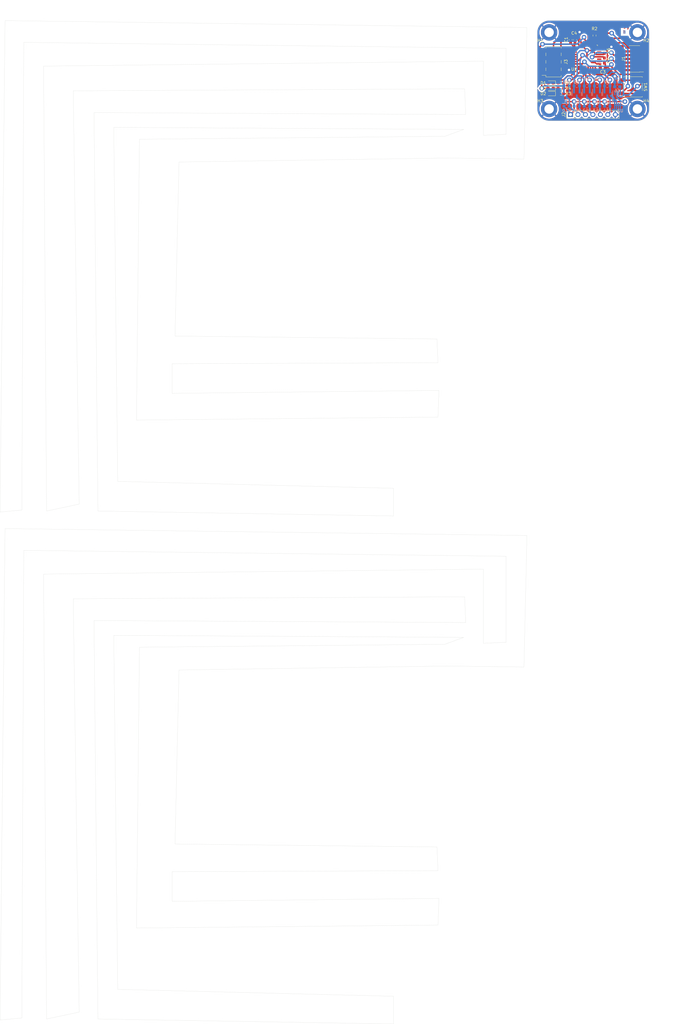
<source format=kicad_pcb>
(kicad_pcb (version 20221018) (generator pcbnew)
  (layers (0 "F.Cu" signal) (31 "B.Cu" signal) (34 "B.Paste" user) (35 "F.Paste" user) (36 "B.SilkS" user "B.Silkscreen") (37 "F.SilkS" user "F.Silkscreen") (38 "B.Mask" user) (39 "F.Mask" user) (44 "Edge.Cuts" user))
  (net 0 "")
  (net 1 "+5V-v2-")
  (net 2 "GND-v2-")
  (net 3 "+3.3V-v2-")
  (net 4 "Net-(D1-K)-v2-")
  (net 6 "Net-(D3-K)-v2-")
  (net 7 "Status_LED-v2-")
  (net 8 "Data_Clock_SNES-v2-")
  (net 9 "Data_Latch_SNES-v2-")
  (net 10 "Net-(D2-K)-v2-")
  (net 11 "Serial_Data1_SNES-v2-")
  (net 12 "Serial_Data2_SNES-v2-")
  (net 13 "SPI_Chip_Select-v2-")
  (net 14 "Chip_Enable-v2-")
  (net 15 "SPI_Digital_Input-v2-")
  (net 16 "SPI_Clock-v2-")
  (net 17 "SPI_Digital_Output-v2-")
  (net 18 "IOBit_SNES-v2-")
  (net 19 "Data_Clock_STM32-v2-")
  (net 20 "Data_Latch_STM32-v2-")
  (net 21 "Appairing_Btn-v2-")
  (net 22 "Net-(U2-BP)-v2-")
  (net 23 "SWDIO-v2-")
  (net 24 "SWDCK-v2-")
  (net 27 "NRST-v2-")
  (net 28 "USART2_RX-v2-")
  (net 29 "USART2_TX-v2-")
  (net 30 "Serial_Data1_STM32-v2-")
  (net 31 "IOBit_STM32-v2-")
  (net 32 "Serial_Data2_STM32-v2-")
  (footprint "MountingHole:MountingHole_3.2mm_M3_DIN965_Pad" (layer "F.Cu") (at 187.75 5.25)
    (fp_text reference "H1")
    (fp_text value "MountingHole_Pad")
  )
  (footprint "Capacitor_SMD:C_0603_1608Metric_Pad1.08x0.95mm_HandSolder" (layer "F.Cu") (at 196.55 7.75 90)
    (fp_text reference "C4")
    (fp_text value "100n")
  )
  (footprint "MountingHole:MountingHole_3.2mm_M3_DIN965_Pad" (layer "F.Cu") (at 217.75 5.25)
    (fp_text reference "H2")
    (fp_text value "MountingHole_Pad")
  )
  (footprint "Connector_PinHeader_2.54mm:PinHeader_1x07_P2.54mm_Vertical" (layer "F.Cu") (at 195 33.15 90)
    (fp_text reference "J2")
    (fp_text value "Conn_01x07_Socket")
  )
  (footprint "Connector_PinHeader_1.27mm:PinHeader_2x07_P1.27mm_Vertical_SMD" (layer "F.Cu") (at 216.75 14.25 180)
    (fp_text reference "J1")
    (fp_text value "Conn_02x07_Odd_Even")
  )
  (footprint "Capacitor_SMD:C_0603_1608Metric_Pad1.08x0.95mm_HandSolder" (layer "F.Cu") (at 206.0025 17.19)
    (fp_text reference "C3")
    (fp_text value "100n")
  )
  (footprint "Resistor_SMD:R_0603_1608Metric_Pad0.98x0.95mm_HandSolder" (layer "F.Cu") (at 191.76875 24.25)
    (fp_text reference "R4")
    (fp_text value "1k")
  )
  (footprint "Diode_SMD:D_0603_1608Metric_Pad1.05x0.95mm_HandSolder" (layer "F.Cu") (at 188.26875 26.05 180)
    (fp_text reference "D2")
    (fp_text value "LED_Small")
  )
  (footprint "Capacitor_SMD:C_0603_1608Metric_Pad1.08x0.95mm_HandSolder" (layer "F.Cu") (at 195.05 7.75 90)
    (fp_text reference "C1")
    (fp_text value "10u")
  )
  (footprint "Resistor_SMD:R_0603_1608Metric_Pad0.98x0.95mm_HandSolder" (layer "F.Cu") (at 191.76875 22.45)
    (fp_text reference "R1")
    (fp_text value "1k")
  )
  (footprint "Resistor_SMD:R_0603_1608Metric_Pad0.98x0.95mm_HandSolder" (layer "F.Cu") (at 203.17 6.32 90)
    (fp_text reference "R2")
    (fp_text value "10k")
  )
  (footprint "Diode_SMD:D_0603_1608Metric_Pad1.05x0.95mm_HandSolder" (layer "F.Cu") (at 188.26875 22.45 180)
    (fp_text reference "D1")
    (fp_text value "LED_Small")
  )
  (footprint "MountingHole:MountingHole_3.2mm_M3_DIN965_Pad" (layer "F.Cu") (at 217.75 31.25)
    (fp_text reference "H4")
    (fp_text value "MountingHole_Pad")
  )
  (footprint "Resistor_SMD:R_0603_1608Metric_Pad0.98x0.95mm_HandSolder" (layer "F.Cu") (at 191.76875 26.05)
    (fp_text reference "R3")
    (fp_text value "1k")
  )
  (footprint "MountingHole:MountingHole_3.2mm_M3_DIN965_Pad" (layer "F.Cu") (at 187.75 31.25)
    (fp_text reference "H3")
    (fp_text value "MountingHole_Pad")
  )
  (footprint "Diode_SMD:D_0603_1608Metric_Pad1.05x0.95mm_HandSolder" (layer "F.Cu") (at 188.26875 24.25 180)
    (fp_text reference "D3")
    (fp_text value "LED")
  )
  (footprint "Capacitor_SMD:C_0603_1608Metric_Pad1.08x0.95mm_HandSolder" (layer "F.Cu") (at 206.51 14.8025 90)
    (fp_text reference "C2")
    (fp_text value "100n")
  )
  (footprint "Capacitor_SMD:C_0603_1608Metric_Pad1.08x0.95mm_HandSolder" (layer "F.Cu") (at 206.51 11.5 90)
    (fp_text reference "C5")
    (fp_text value "100n")
  )
  (footprint "Button_Switch_SMD:SW_SPST_B3S-1000" (layer "F.Cu") (at 216.25 23.75 180)
    (fp_text reference "SW1")
    (fp_text value "SW_SPST")
  )
  (footprint "Package_QFP:LQFP-32_7x7mm_P0.8mm" (layer "F.Cu") (at 200.6 13.15 180)
    (fp_text reference "U1")
    (fp_text value "STM32L412KBTx")
  )
  (footprint "Connector_PinSocket_2.54mm:PinSocket_2x04_P2.54mm_Vertical_SMD" (layer "F.Cu") (at 189.25 15.25 180)
    (fp_text reference "J3")
    (fp_text value "Conn_01x08_Socket")
  )
  (footprint "Resistor_SMD:R_0603_1608Metric_Pad0.98x0.95mm_HandSolder" (layer "B.Cu") (at 207.5 30.35)
    (fp_text reference "R14")
    (fp_text value "10k")
  )
  (footprint "Resistor_SMD:R_0603_1608Metric_Pad0.98x0.95mm_HandSolder" (layer "B.Cu") (at 193.7 23.45)
    (fp_text reference "R5")
    (fp_text value "10k")
  )
  (footprint "Resistor_SMD:R_0603_1608Metric_Pad0.98x0.95mm_HandSolder" (layer "B.Cu") (at 197.15 30.35)
    (fp_text reference "R11")
    (fp_text value "10k")
  )
  (footprint "Package_SO:MSOP-8_3x3mm_P0.65mm" (layer "B.Cu") (at 211.0125 27.9 -90)
    (fp_text reference "U2")
    (fp_text value "MIC5219-3.3YMM")
  )
  (footprint "Package_TO_SOT_SMD:SOT-23" (layer "B.Cu") (at 204.05 26.15 -90)
    (fp_text reference "Q4")
    (fp_text value "2N7002")
  )
  (footprint "Resistor_SMD:R_0603_1608Metric_Pad0.98x0.95mm_HandSolder" (layer "B.Cu") (at 200.6 23.45)
    (fp_text reference "R7")
    (fp_text value "10k")
  )
  (footprint "Resistor_SMD:R_0603_1608Metric_Pad0.98x0.95mm_HandSolder" (layer "B.Cu") (at 200.6 30.35)
    (fp_text reference "R12")
    (fp_text value "10k")
  )
  (footprint "Capacitor_SMD:C_0603_1608Metric_Pad1.08x0.95mm_HandSolder" (layer "B.Cu") (at 210.9 22.2 180)
    (fp_text reference "C7")
    (fp_text value "2.2u")
  )
  (footprint "Package_TO_SOT_SMD:SOT-23" (layer "B.Cu") (at 200.6 26.15 -90)
    (fp_text reference "Q3")
    (fp_text value "2N7002")
  )
  (footprint "Resistor_SMD:R_0603_1608Metric_Pad0.98x0.95mm_HandSolder" (layer "B.Cu") (at 193.7 30.35)
    (fp_text reference "R10")
    (fp_text value "10k")
  )
  (footprint "Resistor_SMD:R_0603_1608Metric_Pad0.98x0.95mm_HandSolder" (layer "B.Cu") (at 204.05 23.45)
    (fp_text reference "R8")
    (fp_text value "10k")
  )
  (footprint "Resistor_SMD:R_0603_1608Metric_Pad0.98x0.95mm_HandSolder" (layer "B.Cu") (at 197.15 23.45)
    (fp_text reference "R6")
    (fp_text value "10k")
  )
  (footprint "Package_TO_SOT_SMD:SOT-23" (layer "B.Cu") (at 207.5 26.15 -90)
    (fp_text reference "Q5")
    (fp_text value "2N7002")
  )
  (footprint "Package_TO_SOT_SMD:SOT-23" (layer "B.Cu") (at 197.15 26.15 -90)
    (fp_text reference "Q2")
    (fp_text value "2N7002")
  )
  (footprint "Resistor_SMD:R_0603_1608Metric_Pad0.98x0.95mm_HandSolder" (layer "B.Cu") (at 204.05 30.35)
    (fp_text reference "R13")
    (fp_text value "10k")
  )
  (footprint "Package_TO_SOT_SMD:SOT-23" (layer "B.Cu") (at 193.7 26.15 -90)
    (fp_text reference "Q1")
    (fp_text value "2N7002")
  )
  (footprint "Capacitor_SMD:C_0603_1608Metric_Pad1.08x0.95mm_HandSolder" (layer "B.Cu") (at 210.9 23.7 180)
    (fp_text reference "C6")
    (fp_text value "470p")
  )
  (footprint "Resistor_SMD:R_0603_1608Metric_Pad0.98x0.95mm_HandSolder" (layer "B.Cu") (at 207.5 23.45)
    (fp_text reference "R9")
    (fp_text value "10k")
  )
  (gr_line (start 17.039937 340.28989) (end 28.119937 337.93989) (stroke (width 0.05)) (layer "Edge.Cuts"))
  (gr_line (start 159.059937 196.91989) (end 159.399937 205.64989) (stroke (width 0.05)) (layer "Edge.Cuts"))
  (gr_arc (start 221.75 31.25) (mid 220.578427 34.078427) (end 217.75 35.25) (stroke (width 0.1)) (layer "Edge.Cuts"))
  (gr_line (start 173.159937 212.35989) (end 165.439937 212.69989) (stroke (width 0.05)) (layer "Edge.Cuts"))
  (gr_line (start 9.309937 8.63989) (end 173.159937 10.64989) (stroke (width 0.05)) (layer "Edge.Cuts"))
  (gr_line (start 9.309937 181.13989) (end 173.159937 183.14989) (stroke (width 0.05)) (layer "Edge.Cuts"))
  (gr_line (start 41.209937 330.21989) (end 39.869937 210.00989) (stroke (width 0.05)) (layer "Edge.Cuts"))
  (gr_line (start 26.099937 197.58989) (end 159.059937 196.91989) (stroke (width 0.05)) (layer "Edge.Cuts"))
  (gr_line (start 59.679937 290.25989) (end 149.999937 289.92989) (stroke (width 0.05)) (layer "Edge.Cuts"))
  (gr_line (start 149.659937 109.36989) (end 60.679937 108.35989) (stroke (width 0.05)) (layer "Edge.Cuts"))
  (gr_line (start 60.679937 108.35989) (end 62.029937 49.26989) (stroke (width 0.05)) (layer "Edge.Cuts"))
  (gr_line (start 149.999937 308.38989) (end 150.329937 299.32989) (stroke (width 0.05)) (layer "Edge.Cuts"))
  (gr_line (start 180.219937 3.59989) (end 2.929937 1.24989) (stroke (width 0.05)) (layer "Edge.Cuts"))
  (gr_line (start 159.399937 33.14989) (end 33.149937 32.47989) (stroke (width 0.05)) (layer "Edge.Cuts"))
  (gr_line (start 149.999937 135.88989) (end 150.329937 126.82989) (stroke (width 0.05)) (layer "Edge.Cuts"))
  (gr_line (start 48.599937 41.53989) (end 47.589937 136.89989) (stroke (width 0.05)) (layer "Edge.Cuts"))
  (gr_line (start 134.889937 332.56989) (end 41.209937 330.21989) (stroke (width 0.05)) (layer "Edge.Cuts"))
  (gr_line (start 134.889937 169.46989) (end 134.889937 160.06989) (stroke (width 0.05)) (layer "Edge.Cuts"))
  (gr_line (start 165.439937 187.51989) (end 16.029937 189.19989) (stroke (width 0.05)) (layer "Edge.Cuts"))
  (gr_arc (start 217.75 1.25) (mid 220.578427 2.421573) (end 221.75 5.25) (stroke (width 0.1)) (layer "Edge.Cuts"))
  (gr_line (start 180.219937 176.09989) (end 2.929937 173.74989) (stroke (width 0.05)) (layer "Edge.Cuts"))
  (gr_line (start 134.889937 160.06989) (end 41.209937 157.71989) (stroke (width 0.05)) (layer "Edge.Cuts"))
  (gr_line (start 62.029937 221.76989) (end 153.019937 220.41989) (stroke (width 0.05)) (layer "Edge.Cuts"))
  (gr_line (start 165.439937 40.19989) (end 165.439937 15.01989) (stroke (width 0.05)) (layer "Edge.Cuts"))
  (gr_arc (start 183.75 5.25) (mid 184.921573 2.421573) (end 187.75 1.25) (stroke (width 0.1)) (layer "Edge.Cuts"))
  (gr_line (start 217.75 35.25) (end 187.75 35.25) (stroke (width 0.1)) (layer "Edge.Cuts"))
  (gr_line (start 16.029937 16.69989) (end 17.039937 167.78989) (stroke (width 0.05)) (layer "Edge.Cuts"))
  (gr_line (start 179.209937 48.25989) (end 180.219937 3.59989) (stroke (width 0.05)) (layer "Edge.Cuts"))
  (gr_line (start 34.489937 340.28989) (end 134.889937 341.96989) (stroke (width 0.05)) (layer "Edge.Cuts"))
  (gr_line (start 2.929937 1.24989) (end 1.249937 168.12989) (stroke (width 0.05)) (layer "Edge.Cuts"))
  (gr_arc (start 187.75 35.25) (mid 184.921573 34.078427) (end 183.75 31.25) (stroke (width 0.1)) (layer "Edge.Cuts"))
  (gr_line (start 39.869937 210.00989) (end 158.729937 210.68989) (stroke (width 0.05)) (layer "Edge.Cuts"))
  (gr_line (start 221.75 5.25) (end 221.75 31.25) (stroke (width 0.1)) (layer "Edge.Cuts"))
  (gr_line (start 183.75 31.25) (end 183.75 5.25) (stroke (width 0.1)) (layer "Edge.Cuts"))
  (gr_line (start 28.119937 165.43989) (end 26.099937 25.08989) (stroke (width 0.05)) (layer "Edge.Cuts"))
  (gr_line (start 59.679937 300.32989) (end 59.679937 290.25989) (stroke (width 0.05)) (layer "Edge.Cuts"))
  (gr_line (start 41.209937 157.71989) (end 39.869937 37.50989) (stroke (width 0.05)) (layer "Edge.Cuts"))
  (gr_line (start 8.639937 339.94989) (end 9.309937 181.13989) (stroke (width 0.05)) (layer "Edge.Cuts"))
  (gr_line (start 149.999937 117.42989) (end 149.659937 109.36989) (stroke (width 0.05)) (layer "Edge.Cuts"))
  (gr_line (start 8.639937 167.44989) (end 9.309937 8.63989) (stroke (width 0.05)) (layer "Edge.Cuts"))
  (gr_line (start 134.889937 341.96989) (end 134.889937 332.56989) (stroke (width 0.05)) (layer "Edge.Cuts"))
  (gr_line (start 187.75 1.25) (end 217.75 1.25) (stroke (width 0.1)) (layer "Edge.Cuts"))
  (gr_line (start 165.439937 212.69989) (end 165.439937 187.51989) (stroke (width 0.05)) (layer "Edge.Cuts"))
  (gr_line (start 59.679937 127.82989) (end 59.679937 117.75989) (stroke (width 0.05)) (layer "Edge.Cuts"))
  (gr_line (start 165.439937 15.01989) (end 16.029937 16.69989) (stroke (width 0.05)) (layer "Edge.Cuts"))
  (gr_line (start 1.249937 168.12989) (end 8.639937 167.44989) (stroke (width 0.05)) (layer "Edge.Cuts"))
  (gr_line (start 28.119937 337.93989) (end 26.099937 197.58989) (stroke (width 0.05)) (layer "Edge.Cuts"))
  (gr_line (start 153.019937 47.91989) (end 179.209937 48.25989) (stroke (width 0.05)) (layer "Edge.Cuts"))
  (gr_line (start 2.929937 173.74989) (end 1.249937 340.62989) (stroke (width 0.05)) (layer "Edge.Cuts"))
  (gr_line (start 159.059937 24.41989) (end 159.399937 33.14989) (stroke (width 0.05)) (layer "Edge.Cuts"))
  (gr_line (start 158.729937 210.68989) (end 152.349937 213.03989) (stroke (width 0.05)) (layer "Edge.Cuts"))
  (gr_line (start 179.209937 220.75989) (end 180.219937 176.09989) (stroke (width 0.05)) (layer "Edge.Cuts"))
  (gr_line (start 173.159937 183.14989) (end 173.159937 212.35989) (stroke (width 0.05)) (layer "Edge.Cuts"))
  (gr_line (start 16.029937 189.19989) (end 17.039937 340.28989) (stroke (width 0.05)) (layer "Edge.Cuts"))
  (gr_line (start 150.329937 299.32989) (end 59.679937 300.32989) (stroke (width 0.05)) (layer "Edge.Cuts"))
  (gr_line (start 149.659937 281.86989) (end 60.679937 280.85989) (stroke (width 0.05)) (layer "Edge.Cuts"))
  (gr_line (start 59.679937 117.75989) (end 149.999937 117.42989) (stroke (width 0.05)) (layer "Edge.Cuts"))
  (gr_line (start 149.999937 289.92989) (end 149.659937 281.86989) (stroke (width 0.05)) (layer "Edge.Cuts"))
  (gr_line (start 17.039937 167.78989) (end 28.119937 165.43989) (stroke (width 0.05)) (layer "Edge.Cuts"))
  (gr_line (start 48.599937 214.03989) (end 47.589937 309.39989) (stroke (width 0.05)) (layer "Edge.Cuts"))
  (gr_line (start 152.349937 213.03989) (end 48.599937 214.03989) (stroke (width 0.05)) (layer "Edge.Cuts"))
  (gr_line (start 173.159937 10.64989) (end 173.159937 39.85989) (stroke (width 0.05)) (layer "Edge.Cuts"))
  (gr_line (start 39.869937 37.50989) (end 158.729937 38.18989) (stroke (width 0.05)) (layer "Edge.Cuts"))
  (gr_line (start 34.489937 167.78989) (end 134.889937 169.46989) (stroke (width 0.05)) (layer "Edge.Cuts"))
  (gr_line (start 158.729937 38.18989) (end 152.349937 40.53989) (stroke (width 0.05)) (layer "Edge.Cuts"))
  (gr_line (start 47.589937 309.39989) (end 149.999937 308.38989) (stroke (width 0.05)) (layer "Edge.Cuts"))
  (gr_line (start 33.149937 204.97989) (end 34.489937 340.28989) (stroke (width 0.05)) (layer "Edge.Cuts"))
  (gr_line (start 62.029937 49.26989) (end 153.019937 47.91989) (stroke (width 0.05)) (layer "Edge.Cuts"))
  (gr_line (start 150.329937 126.82989) (end 59.679937 127.82989) (stroke (width 0.05)) (layer "Edge.Cuts"))
  (gr_line (start 153.019937 220.41989) (end 179.209937 220.75989) (stroke (width 0.05)) (layer "Edge.Cuts"))
  (gr_line (start 47.589937 136.89989) (end 149.999937 135.88989) (stroke (width 0.05)) (layer "Edge.Cuts"))
  (gr_line (start 26.099937 25.08989) (end 159.059937 24.41989) (stroke (width 0.05)) (layer "Edge.Cuts"))
  (gr_line (start 159.399937 205.64989) (end 33.149937 204.97989) (stroke (width 0.05)) (layer "Edge.Cuts"))
  (gr_line (start 173.159937 39.85989) (end 165.439937 40.19989) (stroke (width 0.05)) (layer "Edge.Cuts"))
  (gr_line (start 33.149937 32.47989) (end 34.489937 167.78989) (stroke (width 0.05)) (layer "Edge.Cuts"))
  (gr_line (start 1.249937 340.62989) (end 8.639937 339.94989) (stroke (width 0.05)) (layer "Edge.Cuts"))
  (gr_line (start 60.679937 280.85989) (end 62.029937 221.76989) (stroke (width 0.05)) (layer "Edge.Cuts"))
  (gr_line (start 152.349937 40.53989) (end 48.599937 41.53989) (stroke (width 0.05)) (layer "Edge.Cuts"))
  (gr_text "T" (at 212.75 5.75) (layer "F.Cu") (effects (font (size 1 1)) (justify left bottom)))
  (gr_text "SNES Plug" (at 205.75 3.75) (layer "F.Cu") (effects (font (size 1 1)) (justify left bottom)))
  (gr_text "B" (at 212.75 5.75) (layer "B.Cu") (effects (font (size 1 1)) (justify left bottom)))
  (segment (start 203.1375 28.75) (end 206.5875 28.75) (width 0.5) (layer "F.Cu") (net 1))
  (segment (start 203.1375 28.75) (end 199.6875 28.75) (width 0.5) (layer "F.Cu") (net 1))
  (segment (start 196.2375 28.75) (end 199.6875 28.75) (width 0.3) (layer "F.Cu") (net 1))
  (segment (start 190.25 27.5) (end 191.5 28.75) (width 0.5) (layer "F.Cu") (net 1))
  (segment (start 206.5875 28.75) (end 213.5 28.75) (width 0.5) (layer "F.Cu") (net 1))
  (segment (start 191.5 28.75) (end 196.2375 28.75) (width 0.5) (layer "F.Cu") (net 1))
  (segment (start 187.39375 26.084561) (end 188.809189 27.5) (width 0.5) (layer "F.Cu") (net 1))
  (segment (start 188.809189 27.5) (end 190.25 27.5) (width 0.5) (layer "F.Cu") (net 1))
  (segment (start 187.39375 26.05) (end 187.39375 26.084561) (width 0.5) (layer "F.Cu") (net 1))
  (segment (start 196.2375 28.75) (end 196.2375 31.9125) (width 0.5) (layer "F.Cu") (net 1))
  (segment (start 196.2375 31.9125) (end 195 33.15) (width 0.5) (layer "F.Cu") (net 1))
  (via (at 196.2375 28.75) (size 1.6) (drill 0.8) (layers "F.Cu" "B.Cu") (net 1))
  (via (at 199.6875 28.75) (size 1.6) (drill 0.8) (layers "F.Cu" "B.Cu") (net 1))
  (via (at 213.5 28.75) (size 1.6) (drill 0.8) (layers "F.Cu" "B.Cu") (net 1))
  (via (at 206.5875 28.75) (size 1.6) (drill 0.8) (layers "F.Cu" "B.Cu") (net 1))
  (via (at 203.1375 28.75) (size 1.6) (drill 0.8) (layers "F.Cu" "B.Cu") (net 1))
  (segment (start 199.6875 28.75) (end 199.6875 30.35) (width 0.5) (layer "B.Cu") (net 1))
  (segment (start 213.4 28.65) (end 212.106739 28.65) (width 0.5) (layer "B.Cu") (net 1))
  (segment (start 195 33.15) (end 195 32.5625) (width 0.5) (layer "B.Cu") (net 1))
  (segment (start 210.6875 25.7875) (end 210.6875 27.230761) (width 0.3) (layer "B.Cu") (net 1))
  (segment (start 206.5875 28.75) (end 206.5875 30.35) (width 0.5) (layer "B.Cu") (net 1))
  (segment (start 213.5 28.75) (end 213.4 28.65) (width 0.5) (layer "B.Cu") (net 1))
  (segment (start 196.2375 30.35) (end 196.2375 28.75) (width 0.5) (layer "B.Cu") (net 1))
  (segment (start 195 32.5625) (end 192.7875 30.35) (width 0.5) (layer "B.Cu") (net 1))
  (segment (start 203.1375 28.75) (end 203.1375 30.35) (width 0.5) (layer "B.Cu") (net 1))
  (segment (start 212.106739 28.65) (end 210.6875 27.230761) (width 0.5) (layer "B.Cu") (net 1))
  (segment (start 198.1 5.15) (end 197.8 5.45) (width 0.5) (layer "F.Cu") (net 2))
  (segment (start 207.535 11.6625) (end 206.51 10.6375) (width 0.5) (layer "F.Cu") (net 2))
  (segment (start 206.51 15.591193) (end 207.535 14.566193) (width 0.5) (layer "F.Cu") (net 2))
  (segment (start 204.29 18.215) (end 205.84 18.215) (width 0.5) (layer "F.Cu") (net 2))
  (segment (start 205.84 18.215) (end 206.865 17.19) (width 0.5) (layer "F.Cu") (net 2))
  (segment (start 203.4 17.325) (end 204.29 18.215) (width 0.5) (layer "F.Cu") (net 2))
  (segment (start 206.865 16.02) (end 206.51 15.665) (width 0.5) (layer "F.Cu") (net 2))
  (segment (start 196.55 6.7) (end 198.1 5.15) (width 0.5) (layer "F.Cu") (net 2))
  (segment (start 193.44 19.06) (end 191.77 19.06) (width 0.5) (layer "F.Cu") (net 2))
  (segment (start 197.8 5.45) (end 197.8 8.975) (width 0.5) (layer "F.Cu") (net 2))
  (segment (start 195.05 6.8875) (end 196.55 6.8875) (width 0.5) (layer "F.Cu") (net 2))
  (segment (start 207.535 14.566193) (end 207.535 11.6625) (width 0.5) (layer "F.Cu") (net 2))
  (segment (start 208.411689 10.6375) (end 206.51 10.6375) (width 0.5) (layer "F.Cu") (net 2))
  (segment (start 194.5 18) (end 193.44 19.06) (width 0.5) (layer "F.Cu") (net 2))
  (segment (start 206.51 15.665) (end 206.51 15.591193) (width 0.5) (layer "F.Cu") (net 2))
  (segment (start 196.55 6.8875) (end 196.55 6.7) (width 0.5) (layer "F.Cu") (net 2))
  (segment (start 206.865 17.19) (end 206.865 16.02) (width 0.5) (layer "F.Cu") (net 2))
  (segment (start 208.899189 10.15) (end 208.411689 10.6375) (width 0.5) (layer "F.Cu") (net 2))
  (via (at 198.1 5.15) (size 1.6) (drill 0.8) (layers "F.Cu" "B.Cu") (net 2))
  (via (at 210.0375 20.15) (size 1.6) (drill 0.8) (layers "F.Cu" "B.Cu") (net 2))
  (via (at 194.5 18) (size 1.6) (drill 0.8) (layers "F.Cu" "B.Cu") (net 2))
  (via (at 208.899189 10.15) (size 1.6) (drill 0.8) (layers "F.Cu" "B.Cu") (net 2))
  (segment (start 206.15 10.15) (end 201.15 5.15) (width 0.5) (layer "B.Cu") (net 2))
  (segment (start 210.0375 22.2) (end 210.0375 20.15) (width 0.5) (layer "B.Cu") (net 2))
  (segment (start 208.899189 10.15) (end 206.15 10.15) (width 0.5) (layer "B.Cu") (net 2))
  (segment (start 201.15 5.15) (end 198.1 5.15) (width 0.5) (layer "B.Cu") (net 2))
  (segment (start 210.0375 22.2) (end 210.0375 23.7) (width 0.5) (layer "B.Cu") (net 2))
  (segment (start 210.0375 20.1875) (end 210 20.15) (width 0.5) (layer "B.Cu") (net 2))
  (segment (start 185.25 24.25) (end 185.25 20.54) (width 0.5) (layer "F.Cu") (net 3))
  (segment (start 200.6 13.809189) (end 200.6 11.4) (width 0.5) (layer "F.Cu") (net 3))
  (segment (start 202.4 11.4) (end 200.6 11.4) (width 0.5) (layer "F.Cu") (net 3))
  (segment (start 203.870406 15.95) (end 203.420406 15.5) (width 0.5) (layer "F.Cu") (net 3))
  (segment (start 185.25 20.54) (end 186.73 19.06) (width 0.5) (layer "F.Cu") (net 3))
  (segment (start 220.4 16.79) (end 220.75 17.14) (width 0.5) (layer "F.Cu") (net 3))
  (segment (start 218.225 23.5) (end 220.225 21.5) (width 0.5) (layer "F.Cu") (net 3))
  (segment (start 220.225 21.5) (end 220.75 20.975) (width 0.5) (layer "F.Cu") (net 3))
  (segment (start 205.14 17.19) (end 205.14 16.315) (width 0.5) (layer "F.Cu") (net 3))
  (segment (start 202.290811 15.5) (end 200.6 13.809189) (width 0.5) (layer "F.Cu") (net 3))
  (segment (start 218.7 16.79) (end 220.4 16.79) (width 0.5) (layer "F.Cu") (net 3))
  (segment (start 195.05 8.6125) (end 195.05 8.975) (width 0.5) (layer "F.Cu") (net 3))
  (segment (start 206.51 12.3625) (end 206.1225 12.75) (width 0.5) (layer "F.Cu") (net 3))
  (segment (start 212.275 21.5) (end 220.225 21.5) (width 0.5) (layer "F.Cu") (net 3))
  (segment (start 187.39375 24.25) (end 185.25 24.25) (width 0.5) (layer "F.Cu") (net 3))
  (segment (start 200.6 11.4) (end 199.55 10.35) (width 0.5) (layer "F.Cu") (net 3))
  (segment (start 206.1225 12.75) (end 204.775 12.75) (width 0.5) (layer "F.Cu") (net 3))
  (segment (start 195.05 8.975) (end 196.425 10.35) (width 0.5) (layer "F.Cu") (net 3))
  (segment (start 196.425 10.35) (end 196.425 8.7375) (width 0.5) (layer "F.Cu") (net 3))
  (segment (start 203.75 12.75) (end 202.4 11.4) (width 0.5) (layer "F.Cu") (net 3))
  (segment (start 199.55 10.35) (end 196.425 10.35) (width 0.5) (layer "F.Cu") (net 3))
  (segment (start 220.75 20.975) (end 220.75 17.14) (width 0.5) (layer "F.Cu") (net 3))
  (segment (start 203.420406 15.5) (end 202.290811 15.5) (width 0.5) (layer "F.Cu") (net 3))
  (segment (start 205.14 16.315) (end 204.775 15.95) (width 0.5) (layer "F.Cu") (net 3))
  (segment (start 196.425 8.7375) (end 196.55 8.6125) (width 0.5) (layer "F.Cu") (net 3))
  (segment (start 217.75 23.5) (end 218.225 23.5) (width 0.5) (layer "F.Cu") (net 3))
  (segment (start 204.775 15.95) (end 203.870406 15.95) (width 0.5) (layer "F.Cu") (net 3))
  (segment (start 204.775 12.75) (end 203.75 12.75) (width 0.5) (layer "F.Cu") (net 3))
  (via (at 200.6 11.4) (size 1.6) (drill 0.8) (layers "F.Cu" "B.Cu") (net 3))
  (via (at 217.75 23.5) (size 1.6) (drill 0.8) (layers "F.Cu" "B.Cu") (net 3))
  (via (at 185.25 24.25) (size 1.6) (drill 0.8) (layers "F.Cu" "B.Cu") (net 3))
  (segment (start 199.65 23.4875) (end 199.6875 23.45) (width 0.5) (layer "B.Cu") (net 3))
  (segment (start 200.6 11.4) (end 198.35 11.4) (width 0.5) (layer "B.Cu") (net 3))
  (segment (start 199.6875 21.115811) (end 198.621689 20.05) (width 0.5) (layer "B.Cu") (net 3))
  (segment (start 199.6875 23.45) (end 199.6875 21.115811) (width 0.5) (layer "B.Cu") (net 3))
  (segment (start 205.521689 20.05) (end 204.203311 20.05) (width 0.5) (layer "B.Cu") (net 3))
  (segment (start 203.1 25.2125) (end 203.1 23.4875) (width 0.5) (layer "B.Cu") (net 3))
  (segment (start 200.753311 20.05) (end 202.071689 20.05) (width 0.5) (layer "B.Cu") (net 3))
  (segment (start 211.3375 25.7875) (end 211.3375 26.727817) (width 0.3) (layer "B.Cu") (net 3))
  (segment (start 208.903311 18.8) (end 206.5875 21.115811) (width 0.5) (layer "B.Cu") (net 3))
  (segment (start 186.05 23.45) (end 192.7875 23.45) (width 0.5) (layer "B.Cu") (net 3))
  (segment (start 194.053311 20.05) (end 195.171689 20.05) (width 0.5) (layer "B.Cu") (net 3))
  (segment (start 192.75 23.4875) (end 192.7875 23.45) (width 0.5) (layer "B.Cu") (net 3))
  (segment (start 214.743261 26.506739) (end 213 26.506739) (width 0.5) (layer "B.Cu") (net 3))
  (segment (start 211.3375 26.727817) (end 211.759683 27.15) (width 0.3) (layer "B.Cu") (net 3))
  (segment (start 210.596689 18.8) (end 208.903311 18.8) (width 0.5) (layer "B.Cu") (net 3))
  (segment (start 198.35 11.4) (end 197.303311 12.446689) (width 0.5) (layer "B.Cu") (net 3))
  (segment (start 211.7625 22.2) (end 211.7625 19.965811) (width 0.5) (layer "B.Cu") (net 3))
  (segment (start 192.7875 21.315811) (end 194.053311 20.05) (width 0.5) (layer "B.Cu") (net 3))
  (segment (start 213 26.506739) (end 212.356739 27.15) (width 0.5) (layer "B.Cu") (net 3))
  (segment (start 212.45 22.2) (end 211.7625 22.2) (width 0.5) (layer "B.Cu") (net 3))
  (segment (start 198.621689 20.05) (end 197.303311 20.05) (width 0.5) (layer "B.Cu") (net 3))
  (segment (start 214.743261 26.506739) (end 217.75 23.5) (width 0.5) (layer "B.Cu") (net 3))
  (segment (start 196.2 23.4875) (end 196.2375 23.45) (width 0.5) (layer "B.Cu") (net 3))
  (segment (start 185.25 24.25) (end 186.05 23.45) (width 0.5) (layer "B.Cu") (net 3))
  (segment (start 197.303311 12.446689) (end 197.303311 20.05) (width 0.5) (layer "B.Cu") (net 3))
  (segment (start 203.1 23.4875) (end 203.1375 23.45) (width 0.5) (layer "B.Cu") (net 3))
  (segment (start 196.2375 21.115811) (end 196.2375 23.45) (width 0.5) (layer "B.Cu") (net 3))
  (segment (start 206.55 25.2125) (end 206.55 23.4875) (width 0.5) (layer "B.Cu") (net 3))
  (segment (start 204.203311 20.05) (end 203.1375 21.115811) (width 0.5) (layer "B.Cu") (net 3))
  (segment (start 192.7875 23.45) (end 192.7875 21.315811) (width 0.5) (layer "B.Cu") (net 3))
  (segment (start 196.2 25.2125) (end 196.2 23.4875) (width 0.5) (layer "B.Cu") (net 3))
  (segment (start 197.303311 20.05) (end 196.2375 21.115811) (width 0.5) (layer "B.Cu") (net 3))
  (segment (start 206.5875 21.115811) (end 205.521689 20.05) (width 0.5) (layer "B.Cu") (net 3))
  (segment (start 213 22.75) (end 212.45 22.2) (width 0.5) (layer "B.Cu") (net 3))
  (segment (start 202.071689 20.05) (end 203.1375 21.115811) (width 0.5) (layer "B.Cu") (net 3))
  (segment (start 213 26.506739) (end 213 22.75) (width 0.5) (layer "B.Cu") (net 3))
  (segment (start 206.5875 23.45) (end 206.5875 21.115811) (width 0.5) (layer "B.Cu") (net 3))
  (segment (start 199.6875 21.115811) (end 200.753311 20.05) (width 0.5) (layer "B.Cu") (net 3))
  (segment (start 203.1375 21.115811) (end 203.1375 23.45) (width 0.5) (layer "B.Cu") (net 3))
  (segment (start 199.65 25.2125) (end 199.65 23.4875) (width 0.5) (layer "B.Cu") (net 3))
  (segment (start 212.356739 27.15) (end 211.759683 27.15) (width 0.5) (layer "B.Cu") (net 3))
  (segment (start 192.75 25.2125) (end 192.75 23.4875) (width 0.5) (layer "B.Cu") (net 3))
  (segment (start 211.7625 19.965811) (end 210.596689 18.8) (width 0.5) (layer "B.Cu") (net 3))
  (segment (start 195.171689 20.05) (end 196.2375 21.115811) (width 0.5) (layer "B.Cu") (net 3))
  (segment (start 206.55 23.4875) (end 206.5875 23.45) (width 0.5) (layer "B.Cu") (net 3))
  (segment (start 190.85625 22.45) (end 189.14375 22.45) (width 0.5) (layer "F.Cu") (net 4))
  (segment (start 190.85625 24.25) (end 189.14375 24.25) (width 0.5) (layer "F.Cu") (net 6))
  (segment (start 187.39375 22.45) (end 188.41875 21.425) (width 0.5) (layer "F.Cu") (net 7))
  (segment (start 188.41875 21.425) (end 192.575 21.425) (width 0.5) (layer "F.Cu") (net 7))
  (segment (start 195.125 20) (end 197.8 17.325) (width 0.5) (layer "F.Cu") (net 7))
  (segment (start 192.575 21.425) (end 194 20) (width 0.5) (layer "F.Cu") (net 7))
  (segment (start 194 20) (end 195.125 20) (width 0.5) (layer "F.Cu") (net 7))
  (segment (start 196.0125 31.75) (end 194.6125 30.35) (width 0.5) (layer "B.Cu") (net 8))
  (segment (start 196.75 31.75) (end 196.0125 31.75) (width 0.5) (layer "B.Cu") (net 8))
  (segment (start 194.6125 30.35) (end 194.6125 28) (width 0.5) (layer "B.Cu") (net 8))
  (segment (start 194.6125 28) (end 193.7 27.0875) (width 0.5) (layer "B.Cu") (net 8))
  (segment (start 197.54 32.54) (end 196.75 31.75) (width 0.5) (layer "B.Cu") (net 8))
  (segment (start 197.54 33.15) (end 197.54 32.54) (width 0.5) (layer "B.Cu") (net 8))
  (segment (start 198.0625 28) (end 197.15 27.0875) (width 0.5) (layer "B.Cu") (net 9))
  (segment (start 198.0625 30.35) (end 198.0625 31.2125) (width 0.5) (layer "B.Cu") (net 9))
  (segment (start 198.0625 30.35) (end 198.0625 28) (width 0.5) (layer "B.Cu") (net 9))
  (segment (start 198.0625 31.2125) (end 200 33.15) (width 0.5) (layer "B.Cu") (net 9))
  (segment (start 189.14375 26.05) (end 190.85625 26.05) (width 0.5) (layer "F.Cu") (net 10))
  (segment (start 201.5125 32.1625) (end 202.5 33.15) (width 0.5) (layer "B.Cu") (net 11))
  (segment (start 201.5125 28) (end 200.6 27.0875) (width 0.5) (layer "B.Cu") (net 11))
  (segment (start 201.5125 30.35) (end 201.5125 32.1625) (width 0.5) (layer "B.Cu") (net 11))
  (segment (start 201.5125 30.35) (end 201.5125 28) (width 0.5) (layer "B.Cu") (net 11))
  (segment (start 204.9625 28) (end 204.05 27.0875) (width 0.5) (layer "B.Cu") (net 12))
  (segment (start 204.9625 30.35) (end 204.9625 33.1125) (width 0.5) (layer "B.Cu") (net 12))
  (segment (start 204.9625 33.1125) (end 205 33.15) (width 0.5) (layer "B.Cu") (net 12))
  (segment (start 204.9625 30.35) (end 204.9625 28) (width 0.5) (layer "B.Cu") (net 12))
  (segment (start 194 12) (end 194 14.75) (width 0.5) (layer "F.Cu") (net 13))
  (segment (start 193.5 15.25) (end 188 15.25) (width 0.5) (layer "F.Cu") (net 13))
  (segment (start 188 15.25) (end 186.73 16.52) (width 0.5) (layer "F.Cu") (net 13))
  (segment (start 194 14.75) (end 193.5 15.25) (width 0.5) (layer "F.Cu") (net 13))
  (segment (start 196.425 11.15) (end 194.85 11.15) (width 0.5) (layer "F.Cu") (net 13))
  (segment (start 194.85 11.15) (end 194 12) (width 0.5) (layer "F.Cu") (net 13))
  (segment (start 195.125 12.345406) (end 195.520406 11.95) (width 0.5) (layer "F.Cu") (net 14))
  (segment (start 195.520406 11.95) (end 196.425 11.95) (width 0.5) (layer "F.Cu") (net 14))
  (segment (start 194.23 16.52) (end 195.125 15.625) (width 0.5) (layer "F.Cu") (net 14))
  (segment (start 195.125 15.625) (end 195.125 12.345406) (width 0.5) (layer "F.Cu") (net 14))
  (segment (start 191.77 16.52) (end 194.23 16.52) (width 0.5) (layer "F.Cu") (net 14))
  (segment (start 196.486307 3.8) (end 198.8 3.8) (width 0.5) (layer "F.Cu") (net 15))
  (segment (start 201 6) (end 201 8.975) (width 0.5) (layer "F.Cu") (net 15))
  (segment (start 191.77 11.44) (end 191.77 8.516307) (width 0.5) (layer "F.Cu") (net 15))
  (segment (start 191.77 8.516307) (end 196.486307 3.8) (width 0.5) (layer "F.Cu") (net 15))
  (segment (start 198.8 3.8) (end 201 6) (width 0.5) (layer "F.Cu") (net 15))
  (segment (start 199.75 2.5) (end 201.8 4.55) (width 0.5) (layer "F.Cu") (net 16))
  (segment (start 189.25 12.46) (end 189.25 9) (width 0.5) (layer "F.Cu") (net 16))
  (segment (start 191.77 13.98) (end 190.77 13.98) (width 0.5) (layer "F.Cu") (net 16))
  (segment (start 189.25 9) (end 195.75 2.5) (width 0.5) (layer "F.Cu") (net 16))
  (segment (start 195.75 2.5) (end 199.75 2.5) (width 0.5) (layer "F.Cu") (net 16))
  (segment (start 190.77 13.98) (end 189.25 12.46) (width 0.5) (layer "F.Cu") (net 16))
  (segment (start 201.8 4.55) (end 201.8 8.975) (width 0.5) (layer "F.Cu") (net 16))
  (segment (start 186.73 13.98) (end 185.73 13.98) (width 0.5) (layer "F.Cu") (net 17))
  (segment (start 200.2 8.070406) (end 200.2 8.975) (width 0.5) (layer "F.Cu") (net 17))
  (segment (start 185.73 13.98) (end 184.68 12.93) (width 0.5) (layer "F.Cu") (net 17))
  (segment (start 199.6 6.9) (end 199.6 7.470406) (width 0.5) (layer "F.Cu") (net 17))
  (segment (start 184.68 10.07) (end 185.5 9.25) (width 0.5) (layer "F.Cu") (net 17))
  (segment (start 184.68 12.93) (end 184.68 10.07) (width 0.5) (layer "F.Cu") (net 17))
  (segment (start 199.6 7.470406) (end 200.2 8.070406) (width 0.5) (layer "F.Cu") (net 17))
  (via (at 185.5 9.25) (size 1.6) (drill 0.8) (layers "F.Cu" "B.Cu") (net 17))
  (via (at 199.6 6.9) (size 1.6) (drill 0.8) (layers "F.Cu" "B.Cu") (net 17))
  (segment (start 197.25 9.25) (end 199.6 6.9) (width 0.5) (layer "B.Cu") (net 17))
  (segment (start 185.5 9.25) (end 197.25 9.25) (width 0.5) (layer "B.Cu") (net 17))
  (segment (start 208.4125 30.35) (end 208.4125 28) (width 0.5) (layer "B.Cu") (net 18))
  (segment (start 208.4125 30.35) (end 208.4125 32.2375) (width 0.5) (layer "B.Cu") (net 18))
  (segment (start 208.4125 28) (end 207.5 27.0875) (width 0.5) (layer "B.Cu") (net 18))
  (segment (start 208.4125 32.2375) (end 207.5 33.15) (width 0.5) (layer "B.Cu") (net 18))
  (segment (start 194.6125 21.4) (end 195.429594 21.4) (width 0.5) (layer "F.Cu") (net 19))
  (segment (start 198.6 18.229594) (end 198.6 17.325) (width 0.5) (layer "F.Cu") (net 19))
  (segment (start 195.429594 21.4) (end 198.6 18.229594) (width 0.5) (layer "F.Cu") (net 19))
  (via (at 194.6125 21.4) (size 1.6) (drill 0.8) (layers "F.Cu" "B.Cu") (net 19))
  (segment (start 194.65 23.4875) (end 194.6125 23.45) (width 0.5) (layer "B.Cu") (net 19))
  (segment (start 194.6125 23.45) (end 194.6125 21.4) (width 0.5) (layer "B.Cu") (net 19))
  (segment (start 194.65 25.2125) (end 194.65 23.4875) (width 0.5) (layer "B.Cu") (net 19))
  (segment (start 199.4 20.0625) (end 199.4 17.325) (width 0.5) (layer "F.Cu") (net 20))
  (segment (start 198.0625 21.4) (end 199.4 20.0625) (width 0.5) (layer "F.Cu") (net 20))
  (via (at 198.0625 21.4) (size 1.6) (drill 0.8) (layers "F.Cu" "B.Cu") (net 20))
  (segment (start 198.1 23.4875) (end 198.0625 23.45) (width 0.5) (layer "B.Cu") (net 20))
  (segment (start 198.1 25.2125) (end 198.1 23.4875) (width 0.5) (layer "B.Cu") (net 20))
  (segment (start 198.0625 23.45) (end 198.0625 21.4) (width 0.5) (layer "B.Cu") (net 20))
  (segment (start 212.275 25.975) (end 212.275 26) (width 0.5) (layer "F.Cu") (net 21))
  (segment (start 209 5.5) (end 204.9025 5.5) (width 0.5) (layer "F.Cu") (net 21))
  (segment (start 214.5 23.5) (end 214.5 23.75) (width 0.5) (layer "F.Cu") (net 21))
  (segment (start 202.6 7.8025) (end 203.17 7.2325) (width 0.5) (layer "F.Cu") (net 21))
  (segment (start 220.225 26) (end 212.275 26) (width 0.5) (layer "F.Cu") (net 21))
  (segment (start 214.5 23.75) (end 212.275 25.975) (width 0.5) (layer "F.Cu") (net 21))
  (segment (start 204.9025 5.5) (end 203.17 7.2325) (width 0.5) (layer "F.Cu") (net 21))
  (segment (start 202.6 8.975) (end 202.6 7.8025) (width 0.5) (layer "F.Cu") (net 21))
  (via (at 209 5.5) (size 1.6) (drill 0.8) (layers "F.Cu" "B.Cu") (net 21))
  (via (at 214.5 23.5) (size 1.6) (drill 0.8) (layers "F.Cu" "B.Cu") (net 21))
  (segment (start 214.5 23.5) (end 214.5 11) (width 0.5) (layer "B.Cu") (net 21))
  (segment (start 214.5 11) (end 209 5.5) (width 0.5) (layer "B.Cu") (net 21))
  (segment (start 211.9875 23.925) (end 211.7625 23.7) (width 0.3) (layer "B.Cu") (net 22))
  (segment (start 211.9875 25.7875) (end 211.9875 23.925) (width 0.3) (layer "B.Cu") (net 22))
  (segment (start 214.8 18.06) (end 212.809189 18.06) (width 0.5) (layer "F.Cu") (net 23))
  (segment (start 199.1 13.379594) (end 199.1 13) (width 0.5) (layer "F.Cu") (net 23))
  (segment (start 212.809189 18.06) (end 208.899189 14.15) (width 0.5) (layer "F.Cu") (net 23))
  (segment (start 196.425 15.15) (end 197.329594 15.15) (width 0.5) (layer "F.Cu") (net 23))
  (segment (start 197.329594 15.15) (end 199.1 13.379594) (width 0.5) (layer "F.Cu") (net 23))
  (via (at 208.899189 14.15) (size 1.6) (drill 0.8) (layers "F.Cu" "B.Cu") (net 23))
  (via (at 199.1 13) (size 1.6) (drill 0.8) (layers "F.Cu" "B.Cu") (net 23))
  (segment (start 199.75 13) (end 201.75 15) (width 0.5) (layer "B.Cu") (net 23))
  (segment (start 201.75 15) (end 208.049189 15) (width 0.5) (layer "B.Cu") (net 23))
  (segment (start 208.049189 15) (end 208.899189 14.15) (width 0.5) (layer "B.Cu") (net 23))
  (segment (start 199.1 13) (end 199.75 13) (width 0.5) (layer "B.Cu") (net 23))
  (segment (start 217.87 18.06) (end 216.43 19.5) (width 0.5) (layer "F.Cu") (net 24))
  (segment (start 211.5 19.5) (end 208.899189 16.899189) (width 0.5) (layer "F.Cu") (net 24))
  (segment (start 218.7 18.06) (end 217.87 18.06) (width 0.5) (layer "F.Cu") (net 24))
  (segment (start 199.75 15.25) (end 199.05 15.95) (width 0.5) (layer "F.Cu") (net 24))
  (segment (start 208.899189 16.899189) (end 208.899189 16.15) (width 0.5) (layer "F.Cu") (net 24))
  (segment (start 216.43 19.5) (end 211.5 19.5) (width 0.5) (layer "F.Cu") (net 24))
  (segment (start 199.05 15.95) (end 196.425 15.95) (width 0.5) (layer "F.Cu") (net 24))
  (via (at 208.899189 16.15) (size 1.6) (drill 0.8) (layers "F.Cu" "B.Cu") (net 24))
  (via (at 199.75 15.25) (size 1.6) (drill 0.8) (layers "F.Cu" "B.Cu") (net 24))
  (segment (start 208.299189 16.75) (end 208.899189 16.15) (width 0.5) (layer "B.Cu") (net 24))
  (segment (start 201.25 16.75) (end 208.299189 16.75) (width 0.5) (layer "B.Cu") (net 24))
  (segment (start 199.75 15.25) (end 201.25 16.75) (width 0.5) (layer "B.Cu") (net 24))
  (segment (start 202.45 13.55) (end 202.35 13.65) (width 0.5) (layer "F.Cu") (net 27))
  (segment (start 206.12 13.55) (end 204.775 13.55) (width 0.5) (layer "F.Cu") (net 27))
  (segment (start 204.775 13.55) (end 202.45 13.55) (width 0.5) (layer "F.Cu") (net 27))
  (segment (start 214.8 12.98) (end 209.729189 12.98) (width 0.5) (layer "F.Cu") (net 27))
  (segment (start 206.51 13.94) (end 206.12 13.55) (width 0.5) (layer "F.Cu") (net 27))
  (segment (start 209.729189 12.98) (end 208.899189 12.15) (width 0.5) (layer "F.Cu") (net 27))
  (via (at 202.35 13.65) (size 1.6) (drill 0.8) (layers "F.Cu" "B.Cu") (net 27))
  (via (at 208.899189 12.15) (size 1.6) (drill 0.8) (layers "F.Cu" "B.Cu") (net 27))
  (segment (start 208.899189 12.15) (end 203.85 12.15) (width 0.5) (layer "B.Cu") (net 27))
  (segment (start 203.85 12.15) (end 202.35 13.65) (width 0.5) (layer "B.Cu") (net 27))
  (segment (start 216.75 11.25) (end 216.29 11.71) (width 0.5) (layer "F.Cu") (net 28))
  (segment (start 216.29 11.71) (end 214.8 11.71) (width 0.5) (layer "F.Cu") (net 28))
  (segment (start 214.28 7.25) (end 216.75 9.72) (width 0.5) (layer "F.Cu") (net 28))
  (segment (start 205.125 7.25) (end 214.28 7.25) (width 0.5) (layer "F.Cu") (net 28))
  (segment (start 216.75 9.72) (end 216.75 11.25) (width 0.5) (layer "F.Cu") (net 28))
  (segment (start 203.4 8.975) (end 205.125 7.25) (width 0.5) (layer "F.Cu") (net 28))
  (segment (start 213.16 8.8) (end 206.325 8.8) (width 0.5) (layer "F.Cu") (net 29))
  (segment (start 206.325 8.8) (end 204.775 10.35) (width 0.5) (layer "F.Cu") (net 29))
  (segment (start 214.8 10.44) (end 213.16 8.8) (width 0.5) (layer "F.Cu") (net 29))
  (segment (start 200.2 17.325) (end 200.2 20.0875) (width 0.5) (layer "F.Cu") (net 30))
  (segment (start 200.2 20.0875) (end 201.5125 21.4) (width 0.5) (layer "F.Cu") (net 30))
  (via (at 201.5125 21.4) (size 1.6) (drill 0.8) (layers "F.Cu" "B.Cu") (net 30))
  (segment (start 201.5125 23.45) (end 201.5125 21.4) (width 0.5) (layer "B.Cu") (net 30))
  (segment (start 201.55 25.2125) (end 201.55 23.4875) (width 0.5) (layer "B.Cu") (net 30))
  (segment (start 201.55 23.4875) (end 201.5125 23.45) (width 0.5) (layer "B.Cu") (net 30))
  (segment (start 202.789036 19.55) (end 201.8 18.560964) (width 0.5) (layer "F.Cu") (net 31))
  (segment (start 201.8 18.560964) (end 201.8 17.325) (width 0.5) (layer "F.Cu") (net 31))
  (segment (start 208.4125 21.4) (end 206.5625 19.55) (width 0.5) (layer "F.Cu") (net 31))
  (segment (start 206.5625 19.55) (end 202.789036 19.55) (width 0.5) (layer "F.Cu") (net 31))
  (via (at 208.4125 21.4) (size 1.6) (drill 0.8) (layers "F.Cu" "B.Cu") (net 31))
  (segment (start 208.45 25.2125) (end 208.45 23.4875) (width 0.5) (layer "B.Cu") (net 31))
  (segment (start 208.45 23.4875) (end 208.4125 23.45) (width 0.5) (layer "B.Cu") (net 31))
  (segment (start 208.4125 23.45) (end 208.4125 21.4) (width 0.5) (layer "B.Cu") (net 31))
  (segment (start 203.421689 21.4) (end 201 18.978311) (width 0.5) (layer "F.Cu") (net 32))
  (segment (start 204.9625 21.4) (end 203.421689 21.4) (width 0.5) (layer "F.Cu") (net 32))
  (segment (start 201 18.978311) (end 201 17.325) (width 0.5) (layer "F.Cu") (net 32))
  (via (at 204.9625 21.4) (size 1.6) (drill 0.8) (layers "F.Cu" "B.Cu") (net 32))
  (segment (start 205 25.2125) (end 205 23.4875) (width 0.5) (layer "B.Cu") (net 32))
  (segment (start 205 23.4875) (end 204.9625 23.45) (width 0.5) (layer "B.Cu") (net 32))
  (segment (start 204.9625 23.45) (end 204.9625 21.4) (width 0.5) (layer "B.Cu") (net 32))
  (zone (net 2) (net_name "GND-v2-") (layer "F.Cu") (connect_pads (clearance 0.5)) (min_thickness 0.25) (fill yes (thermal_gap 0.5) (thermal_bridge_width 0.5))
    (polygon (pts (xy 183.75 1.25) (xy 221.75 1.25) (xy 221.75 35.25) (xy 183.75 35.25)))
  )
  (zone (net 2) (net_name "GND-v2-") (layer "B.Cu") (priority 1) (connect_pads (clearance 0.5)) (min_thickness 0.25) (fill yes (thermal_gap 0.5) (thermal_bridge_width 0.5))
    (polygon (pts (xy 183.75 1.25) (xy 221.75 1.25) (xy 221.75 35.25) (xy 183.75 35.25)))
  )
)
</source>
